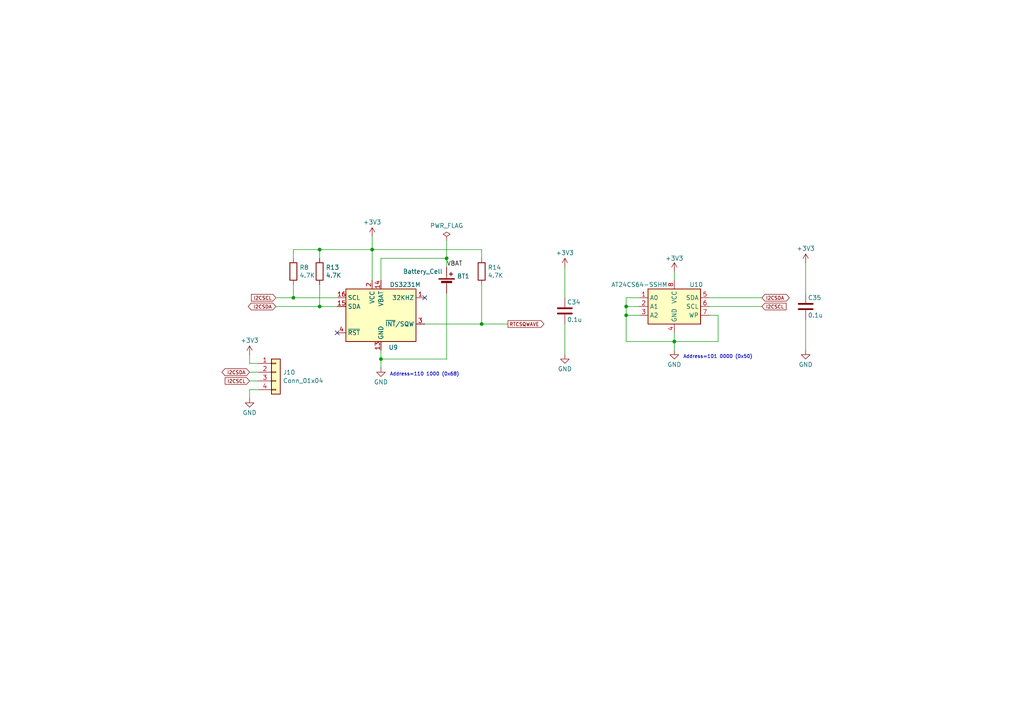
<source format=kicad_sch>
(kicad_sch (version 20250114) (generator "eeschema") (generator_version "9.0")
  (paper "A4")
  (lib_symbols
    (symbol "Connector_Generic:Conn_01x04" (pin_names (offset 1.016) (hide yes))
      (property "Reference" "J" (at 0 5.08 0))
      (property "Value" "Conn_01x04" (at 0 -7.62 0))
      (symbol "Conn_01x04_1_1"
        (rectangle (start -1.27 3.81) (end 1.27 -6.35) (stroke (width 0.254)) (fill (type background)))
        (rectangle (start -1.27 2.667) (end 0 2.413) (stroke (width 0.1524)))
        (rectangle (start -1.27 0.127) (end 0 -0.127) (stroke (width 0.1524)))
        (rectangle (start -1.27 -2.413) (end 0 -2.667) (stroke (width 0.1524)))
        (rectangle (start -1.27 -4.953) (end 0 -5.207) (stroke (width 0.1524)))
        (pin passive line (at -5.08 2.54 0) (length 3.81) (name "Pin_1") (number "1"))
        (pin passive line (at -5.08 0 0) (length 3.81) (name "Pin_2") (number "2"))
        (pin passive line (at -5.08 -2.54 0) (length 3.81) (name "Pin_3") (number "3"))
        (pin passive line (at -5.08 -5.08 0) (length 3.81) (name "Pin_4") (number "4"))
      )
    )
    (symbol "Device:Battery_Cell" (pin_numbers (hide yes)) (pin_names (offset 0) (hide yes))
      (property "Reference" "BT" (at 2.54 2.54 0))
      (property "Value" "Battery_Cell" (at 2.54 0 0))
      (symbol "Battery_Cell_0_1"
        (rectangle (start -2.286 1.778) (end 2.286 1.524) (fill (type outline)))
        (rectangle (start -1.524 1.016) (end 1.524 0.508) (fill (type outline)))
        (polyline (pts (xy 0 1.778) (xy 0 2.54)))
        (polyline (pts (xy 0 0.762) (xy 0 0)))
        (polyline (pts (xy 0.762 3.048) (xy 1.778 3.048)) (stroke (width 0.254)))
        (polyline (pts (xy 1.27 3.556) (xy 1.27 2.54)) (stroke (width 0.254)))
      )
      (symbol "Battery_Cell_1_1"
        (pin passive line (at 0 5.08 270) (length 2.54) (name "+") (number "1"))
        (pin passive line (at 0 -2.54 90) (length 2.54) (name "-") (number "2"))
      )
    )
    (symbol "Device:C" (pin_numbers (hide yes)) (pin_names (offset 0.254))
      (property "Reference" "C" (at 0.635 2.54 0))
      (property "Value" "C" (at 0.635 -2.54 0))
      (symbol "C_0_1"
        (polyline (pts (xy -2.032 0.762) (xy 2.032 0.762)) (stroke (width 0.508)))
        (polyline (pts (xy -2.032 -0.762) (xy 2.032 -0.762)) (stroke (width 0.508)))
      )
      (symbol "C_1_1"
        (pin passive line (at 0 3.81 270) (length 2.794) (name "~") (number "1"))
        (pin passive line (at 0 -3.81 90) (length 2.794) (name "~") (number "2"))
      )
    )
    (symbol "Device:R" (pin_numbers (hide yes)) (pin_names (offset 0))
      (property "Reference" "R" (at 2.032 0 90))
      (property "Value" "R" (at 0 0 90))
      (symbol "R_0_1"
        (rectangle (start -1.016 -2.54) (end 1.016 2.54) (stroke (width 0.254)))
      )
      (symbol "R_1_1"
        (pin passive line (at 0 3.81 270) (length 1.27) (name "~") (number "1"))
        (pin passive line (at 0 -3.81 90) (length 1.27) (name "~") (number "2"))
      )
    )
    (symbol "Memory_EEPROM:AT24CS64-SSHM"
      (property "Reference" "U" (at -7.62 6.35 0))
      (property "Value" "AT24CS64-SSHM" (at 2.54 -6.35 0))
      (symbol "AT24CS64-SSHM_1_1"
        (rectangle (start -7.62 5.08) (end 7.62 -5.08) (stroke (width 0.254)) (fill (type background)))
        (pin input line (at -10.16 2.54 0) (length 2.54) (name "A0") (number "1"))
        (pin input line (at -10.16 0 0) (length 2.54) (name "A1") (number "2"))
        (pin input line (at -10.16 -2.54 0) (length 2.54) (name "A2") (number "3"))
        (pin power_in line (at 0 7.62 270) (length 2.54) (name "VCC") (number "8"))
        (pin power_in line (at 0 -7.62 90) (length 2.54) (name "GND") (number "4"))
        (pin bidirectional line (at 10.16 2.54 180) (length 2.54) (name "SDA") (number "5"))
        (pin input line (at 10.16 0 180) (length 2.54) (name "SCL") (number "6"))
        (pin input line (at 10.16 -2.54 180) (length 2.54) (name "WP") (number "7"))
      )
    )
    (symbol "Timer_RTC:DS3231M"
      (property "Reference" "U" (at -7.62 8.89 0))
      (property "Value" "DS3231M" (at 10.16 8.89 0))
      (symbol "DS3231M_0_1"
        (rectangle (start -10.16 7.62) (end 10.16 -7.62) (stroke (width 0.254)) (fill (type background)))
      )
      (symbol "DS3231M_1_1"
        (pin input line (at -12.7 5.08 0) (length 2.54) (name "SCL") (number "16"))
        (pin bidirectional line (at -12.7 2.54 0) (length 2.54) (name "SDA") (number "15"))
        (pin bidirectional line (at -12.7 -5.08 0) (length 2.54) (name "~{RST}") (number "4"))
        (pin power_in line (at -2.54 10.16 270) (length 2.54) (name "VCC") (number "2"))
        (pin power_in line (at 0 10.16 270) (length 2.54) (name "VBAT") (number "14"))
        (pin passive line (at 0 -10.16 90) (length 2.54) (hide yes) (name "GND") (number "10"))
        (pin passive line (at 0 -10.16 90) (length 2.54) (hide yes) (name "GND") (number "11"))
        (pin passive line (at 0 -10.16 90) (length 2.54) (hide yes) (name "GND") (number "12"))
        (pin power_in line (at 0 -10.16 90) (length 2.54) (name "GND") (number "13"))
        (pin passive line (at 0 -10.16 90) (length 2.54) (hide yes) (name "GND") (number "5"))
        (pin passive line (at 0 -10.16 90) (length 2.54) (hide yes) (name "GND") (number "6"))
        (pin passive line (at 0 -10.16 90) (length 2.54) (hide yes) (name "GND") (number "7"))
        (pin passive line (at 0 -10.16 90) (length 2.54) (hide yes) (name "GND") (number "8"))
        (pin passive line (at 0 -10.16 90) (length 2.54) (hide yes) (name "GND") (number "9"))
        (pin open_collector line (at 12.7 5.08 180) (length 2.54) (name "32KHZ") (number "1"))
        (pin open_collector line (at 12.7 -2.54 180) (length 2.54) (name "~{INT}/SQW") (number "3"))
      )
    )
    (symbol "power:+3V3" (power) (pin_numbers (hide yes)) (pin_names (offset 0) (hide yes))
      (property "Value" "+3V3" (at 0 3.556 0))
      (symbol "+3V3_0_1"
        (polyline (pts (xy -0.762 1.27) (xy 0 2.54)))
        (polyline (pts (xy 0 2.54) (xy 0.762 1.27)))
        (polyline (pts (xy 0 0) (xy 0 2.54)))
      )
      (symbol "+3V3_1_1"
        (pin power_in line (at 0 0 90) (length 0) (name "~") (number "1"))
      )
    )
    (symbol "power:GND" (power) (pin_numbers (hide yes)) (pin_names (offset 0) (hide yes))
      (property "Value" "GND" (at 0 -3.81 0))
      (symbol "GND_0_1"
        (polyline (pts (xy 0 0) (xy 0 -1.27) (xy 1.27 -1.27) (xy 0 -2.54) (xy -1.27 -1.27) (xy 0 -1.27)))
      )
      (symbol "GND_1_1"
        (pin power_in line (at 0 0 270) (length 0) (name "~") (number "1"))
      )
    )
    (symbol "power:PWR_FLAG" (power) (pin_numbers (hide yes)) (pin_names (offset 0) (hide yes))
      (property "Value" "PWR_FLAG" (at 0 3.81 0))
      (symbol "PWR_FLAG_0_0"
        (pin power_out line (at 0 0 90) (length 0) (name "~") (number "1"))
      )
      (symbol "PWR_FLAG_0_1"
        (polyline (pts (xy 0 0) (xy 0 1.27) (xy -1.016 1.905) (xy 0 2.54) (xy 1.016 1.905) (xy 0 1.27)))
      )
    )
  )
  (text "Address=110 1000 (0x68)" (at 113.03 109.22 0) (effects (font (size 0.9906 0.9906)) (justify left bottom)))
  (text "Address=101 0000 (0x50)" (at 198.12 104.14 0) (effects (font (size 0.9906 0.9906)) (justify left bottom)))
  (junction (at 107.95 72.39))
  (junction (at 139.7 93.98))
  (junction (at 85.09 86.36))
  (junction (at 110.49 104.14))
  (junction (at 195.58 99.06))
  (junction (at 92.71 72.39))
  (junction (at 181.61 91.44))
  (junction (at 181.61 88.9))
  (junction (at 92.71 88.9))
  (junction (at 129.54 74.93))
  (no_connect (at 123.19 86.36))
  (no_connect (at 97.79 96.52))
  (wire (pts (xy 139.7 72.39) (xy 139.7 74.93)))
  (wire (pts (xy 110.49 104.14) (xy 110.49 106.68)))
  (wire (pts (xy 139.7 93.98) (xy 147.32 93.98)))
  (wire (pts (xy 85.09 82.55) (xy 85.09 86.36)))
  (wire (pts (xy 185.42 88.9) (xy 181.61 88.9)))
  (wire (pts (xy 181.61 88.9) (xy 181.61 91.44)))
  (wire (pts (xy 110.49 74.93) (xy 129.54 74.93)))
  (wire (pts (xy 181.61 99.06) (xy 195.58 99.06)))
  (wire (pts (xy 205.74 86.36) (xy 220.98 86.36)))
  (wire (pts (xy 110.49 104.14) (xy 129.54 104.14)))
  (wire (pts (xy 195.58 78.74) (xy 195.58 81.28)))
  (wire (pts (xy 205.74 88.9) (xy 220.98 88.9)))
  (wire (pts (xy 72.39 102.87) (xy 72.39 105.41)))
  (wire (pts (xy 163.83 77.47) (xy 163.83 86.36)))
  (wire (pts (xy 139.7 82.55) (xy 139.7 93.98)))
  (wire (pts (xy 85.09 86.36) (xy 97.79 86.36)))
  (wire (pts (xy 80.01 88.9) (xy 92.71 88.9)))
  (wire (pts (xy 205.74 91.44) (xy 208.28 91.44)))
  (wire (pts (xy 97.79 88.9) (xy 92.71 88.9)))
  (wire (pts (xy 163.83 93.98) (xy 163.83 102.87)))
  (wire (pts (xy 129.54 104.14) (xy 129.54 85.09)))
  (wire (pts (xy 181.61 91.44) (xy 181.61 99.06)))
  (wire (pts (xy 72.39 107.95) (xy 74.93 107.95)))
  (wire (pts (xy 92.71 72.39) (xy 92.71 74.93)))
  (wire (pts (xy 107.95 72.39) (xy 139.7 72.39)))
  (wire (pts (xy 185.42 91.44) (xy 181.61 91.44)))
  (wire (pts (xy 195.58 96.52) (xy 195.58 99.06)))
  (wire (pts (xy 181.61 86.36) (xy 181.61 88.9)))
  (wire (pts (xy 233.68 76.2) (xy 233.68 85.09)))
  (wire (pts (xy 107.95 81.28) (xy 107.95 72.39)))
  (wire (pts (xy 85.09 74.93) (xy 85.09 72.39)))
  (wire (pts (xy 208.28 99.06) (xy 195.58 99.06)))
  (wire (pts (xy 185.42 86.36) (xy 181.61 86.36)))
  (wire (pts (xy 92.71 82.55) (xy 92.71 88.9)))
  (wire (pts (xy 110.49 101.6) (xy 110.49 104.14)))
  (wire (pts (xy 195.58 99.06) (xy 195.58 101.6)))
  (wire (pts (xy 74.93 113.03) (xy 72.39 113.03)))
  (wire (pts (xy 92.71 72.39) (xy 107.95 72.39)))
  (wire (pts (xy 72.39 113.03) (xy 72.39 115.57)))
  (wire (pts (xy 80.01 86.36) (xy 85.09 86.36)))
  (wire (pts (xy 110.49 81.28) (xy 110.49 74.93)))
  (wire (pts (xy 129.54 74.93) (xy 129.54 77.47)))
  (wire (pts (xy 72.39 110.49) (xy 74.93 110.49)))
  (wire (pts (xy 123.19 93.98) (xy 139.7 93.98)))
  (wire (pts (xy 208.28 91.44) (xy 208.28 99.06)))
  (wire (pts (xy 85.09 72.39) (xy 92.71 72.39)))
  (wire (pts (xy 129.54 69.85) (xy 129.54 74.93)))
  (wire (pts (xy 74.93 105.41) (xy 72.39 105.41)))
  (wire (pts (xy 107.95 68.58) (xy 107.95 72.39)))
  (wire (pts (xy 233.68 92.71) (xy 233.68 101.6)))
  (label "VBAT" (at 129.54 77.47 0))
  (global_label "I2CSCL" (shape input) (at 220.98 88.9 0) (effects (font (size 0.9906 0.9906))) (property "Intersheetrefs" "${INTERSHEET_REFS}" (effects (hide yes))))
  (global_label "RTCSQWAVE" (shape output) (at 147.32 93.98 0) (effects (font (size 1 1))) (property "Intersheetrefs" "${INTERSHEET_REFS}" (effects (hide yes))))
  (global_label "I2CSDA" (shape bidirectional) (at 80.01 88.9 180) (effects (font (size 1 1))) (property "Intersheetrefs" "${INTERSHEET_REFS}" (effects (hide yes))))
  (global_label "I2CSCL" (shape input) (at 80.01 86.36 180) (effects (font (size 1 1))) (property "Intersheetrefs" "${INTERSHEET_REFS}" (effects (hide yes))))
  (global_label "I2CSCL" (shape input) (at 72.39 110.49 180) (effects (font (size 1 1))) (property "Intersheetrefs" "${INTERSHEET_REFS}" (effects (hide yes))))
  (global_label "I2CSDA" (shape bidirectional) (at 72.39 107.95 180) (effects (font (size 1 1))) (property "Intersheetrefs" "${INTERSHEET_REFS}" (effects (hide yes))))
  (global_label "I2CSDA" (shape bidirectional) (at 220.98 86.36 0) (effects (font (size 0.9906 0.9906))) (property "Intersheetrefs" "${INTERSHEET_REFS}" (effects (hide yes))))
  (symbol (lib_id "Device:C") (at 163.83 90.17 0) (unit 1)
    (property "Reference" "C34" (at 164.465 87.63 0) (effects (justify left)))
    (property "Value" "0.1u" (at 164.465 92.71 0) (effects (justify left)))
    (property "Footprint" "Capacitor_SMD:C_0805_2012Metric" (effects (hide yes)))
  )
  (symbol (lib_id "power:+3V3") (at 163.83 77.47 0) (unit 1)
    (property "Reference" "#PWR053" (effects (hide yes)))
    (property "Value" "+3V3" (at 163.83 73.3369 0))
    (property "Description" "Power symbol creates a global label with name \"+3V3\"" (effects (hide yes)))
  )
  (symbol (lib_id "power:+3V3") (at 233.68 76.2 0) (unit 1)
    (property "Reference" "#PWR057" (effects (hide yes)))
    (property "Value" "+3V3" (at 233.68 72.0669 0))
    (property "Description" "Power symbol creates a global label with name \"+3V3\"" (effects (hide yes)))
  )
  (symbol (lib_id "power:GND") (at 195.58 101.6 0) (unit 1)
    (property "Reference" "#PWR056" (effects (hide yes)))
    (property "Value" "GND" (at 195.58 105.7331 0))
    (property "Description" "Power symbol creates a global label with name \"GND\" , ground" (effects (hide yes)))
  )
  (symbol (lib_id "power:GND") (at 110.49 106.68 0) (unit 1)
    (property "Reference" "#PWR052" (effects (hide yes)))
    (property "Value" "GND" (at 110.49 110.8131 0))
    (property "Description" "Power symbol creates a global label with name \"GND\" , ground" (effects (hide yes)))
  )
  (symbol (lib_id "Device:R") (at 85.09 78.74 0) (unit 1)
    (property "Reference" "R8" (at 86.868 77.5716 0) (effects (justify left)))
    (property "Value" "4.7K" (at 86.868 79.883 0) (effects (justify left)))
    (property "Footprint" "Resistor_SMD:R_0805_2012Metric" (effects (hide yes)))
  )
  (symbol (lib_id "Device:C") (at 233.68 88.9 0) (unit 1)
    (property "Reference" "C35" (at 234.315 86.36 0) (effects (justify left)))
    (property "Value" "0.1u" (at 234.315 91.44 0) (effects (justify left)))
    (property "Footprint" "Capacitor_SMD:C_0805_2012Metric" (effects (hide yes)))
  )
  (symbol (lib_id "power:GND") (at 163.83 102.87 0) (unit 1)
    (property "Reference" "#PWR054" (effects (hide yes)))
    (property "Value" "GND" (at 163.83 107.0031 0))
    (property "Description" "Power symbol creates a global label with name \"GND\" , ground" (effects (hide yes)))
  )
  (symbol (lib_id "power:GND") (at 72.39 115.57 0) (unit 1)
    (property "Reference" "#PWR050" (effects (hide yes)))
    (property "Value" "GND" (at 72.39 119.7031 0))
    (property "Description" "Power symbol creates a global label with name \"GND\" , ground" (effects (hide yes)))
  )
  (symbol (lib_id "Memory_EEPROM:AT24CS64-SSHM") (at 195.58 88.9 0) (unit 1)
    (property "Reference" "U10" (at 201.93 82.55 0))
    (property "Value" "AT24CS64-SSHM" (at 185.42 82.55 0))
    (property "Footprint" "Package_SO:SOIC-8_3.9x4.9mm_P1.27mm" (effects (hide yes)))
    (property "Datasheet" "http://ww1.microchip.com/downloads/en/DeviceDoc/Atmel-8870-SEEPROM-AT24CS64-Datasheet.pdf" (effects (hide yes)))
  )
  (symbol (lib_id "Device:R") (at 92.71 78.74 0) (unit 1)
    (property "Reference" "R13" (at 94.488 77.5716 0) (effects (justify left)))
    (property "Value" "4.7K" (at 94.488 79.883 0) (effects (justify left)))
    (property "Footprint" "Resistor_SMD:R_0805_2012Metric" (effects (hide yes)))
  )
  (symbol (lib_id "Device:Battery_Cell") (at 129.54 82.55 0) (unit 1)
    (property "Reference" "BT1" (at 132.5372 80.1116 0) (effects (justify left)))
    (property "Value" "Battery_Cell" (at 116.84 78.74 0) (effects (justify left)))
    (property "Footprint" "Battery:BatteryHolder_Keystone_3000_1x12mm" (effects (hide yes)))
  )
  (symbol (lib_id "power:+3V3") (at 195.58 78.74 0) (unit 1)
    (property "Reference" "#PWR055" (effects (hide yes)))
    (property "Value" "+3V3" (at 195.58 74.93 0))
    (property "Description" "Power symbol creates a global label with name \"+3V3\"" (effects (hide yes)))
  )
  (symbol (lib_id "power:+3V3") (at 72.39 102.87 0) (unit 1)
    (property "Reference" "#PWR049" (effects (hide yes)))
    (property "Value" "+3V3" (at 72.39 98.7369 0))
    (property "Description" "Power symbol creates a global label with name \"+3V3\"" (effects (hide yes)))
  )
  (symbol (lib_id "Connector_Generic:Conn_01x04") (at 80.01 107.95 0) (unit 1)
    (property "Reference" "J10" (at 82.042 108.0079 0) (effects (justify left)))
    (property "Value" "Conn_01x04" (at 82.042 110.4321 0) (effects (justify left)))
    (property "Footprint" "Connector_PinHeader_2.54mm:PinHeader_1x04_P2.54mm_Vertical" (effects (hide yes)))
  )
  (symbol (lib_id "power:GND") (at 233.68 101.6 0) (unit 1)
    (property "Reference" "#PWR058" (effects (hide yes)))
    (property "Value" "GND" (at 233.68 105.7331 0))
    (property "Description" "Power symbol creates a global label with name \"GND\" , ground" (effects (hide yes)))
  )
  (symbol (lib_id "power:+3V3") (at 107.95 68.58 0) (unit 1)
    (property "Reference" "#PWR051" (effects (hide yes)))
    (property "Value" "+3V3" (at 107.95 64.4469 0))
    (property "Description" "Power symbol creates a global label with name \"+3V3\"" (effects (hide yes)))
  )
  (symbol (lib_id "Device:R") (at 139.7 78.74 0) (unit 1)
    (property "Reference" "R14" (at 141.478 77.5716 0) (effects (justify left)))
    (property "Value" "4.7K" (at 141.478 79.883 0) (effects (justify left)))
    (property "Footprint" "Resistor_SMD:R_0805_2012Metric" (effects (hide yes)))
  )
  (symbol (lib_id "power:PWR_FLAG") (at 129.54 69.85 0) (unit 1)
    (property "Reference" "#FLG01" (effects (hide yes)))
    (property "Value" "PWR_FLAG" (at 129.54 65.4558 0))
    (property "Description" "Special symbol for telling ERC where power comes from" (effects (hide yes)))
  )
  (symbol (lib_id "Timer_RTC:DS3231M") (at 110.49 91.44 0) (unit 1)
    (property "Reference" "U9" (at 112.6841 100.7801 0) (effects (justify left)))
    (property "Value" "DS3231M" (at 113.03 82.55 0) (effects (justify left)))
    (property "Footprint" "Package_SO:SOIC-16W_7.5x10.3mm_P1.27mm" (effects (hide yes)))
    (property "Datasheet" "http://datasheets.maximintegrated.com/en/ds/DS3231.pdf" (effects (hide yes)))
  )
)
</source>
